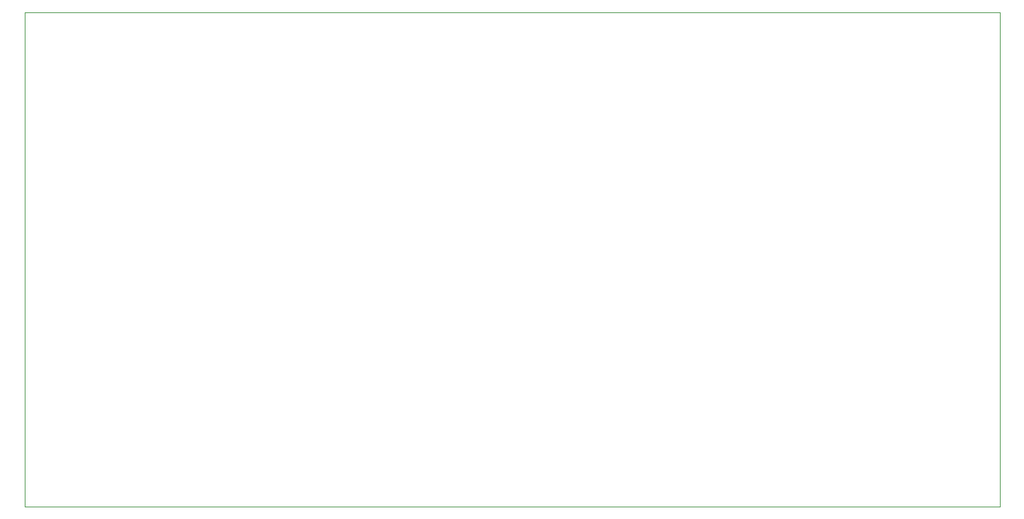
<source format=gbr>
%TF.GenerationSoftware,Altium Limited,Altium Designer,25.3.3 (18)*%
G04 Layer_Color=0*
%FSLAX45Y45*%
%MOMM*%
%TF.SameCoordinates,353F5620-1D28-4D42-8852-8A651C39F608*%
%TF.FilePolarity,Positive*%
%TF.FileFunction,Profile,NP*%
%TF.Part,Single*%
G01*
G75*
%TA.AperFunction,Profile*%
%ADD12C,0.02540*%
D12*
X4953000Y5334000D02*
Y11419000D01*
X16953000D01*
Y5334000D01*
X4953000D01*
%TF.MD5,d0ed9a3aa1dc5647d881d222ee5cf6d2*%
M02*

</source>
